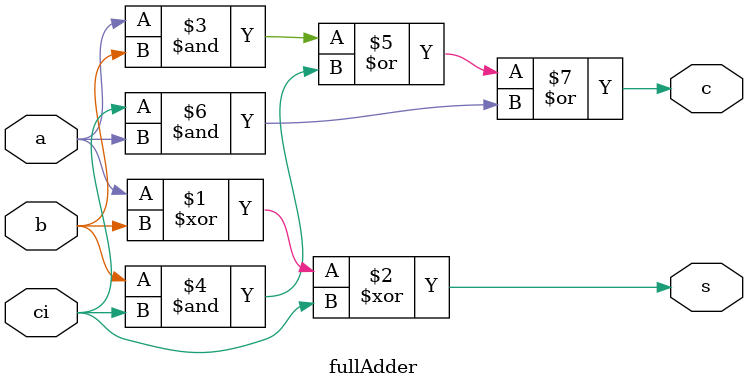
<source format=v>
module fullAdder
(
input a,
input b,
input ci,
output s,
output c
);

assign s = (a^b)^ci ;
assign c = a&b | b&ci | ci&a ;

endmodule


</source>
